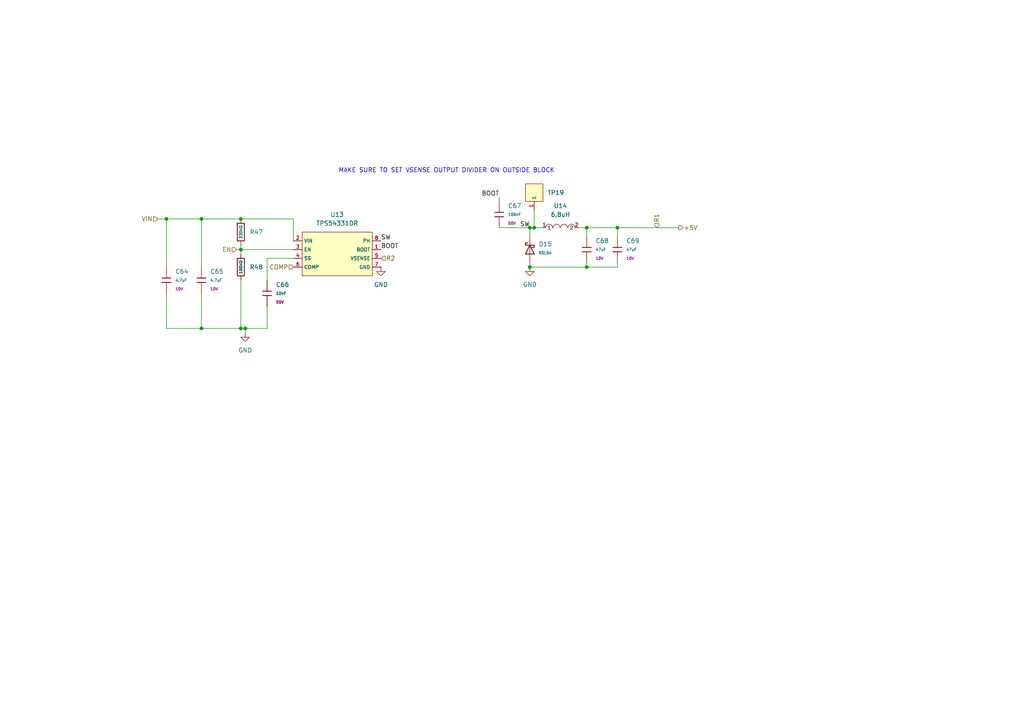
<source format=kicad_sch>
(kicad_sch (version 20250114) (generator "eeschema") (generator_version "9.0")
  (paper "A4")
  (title_block (title "Buck Down") (date "2025-09-11") (rev "1.0.0") (comment 1 "Nathan Liu"))
  (lib_symbols
    (symbol "4in-power:0402,100nF,(2)" (pin_numbers (hide yes)) (pin_names (offset 0))
      (property "Reference" "C" (at 2.032 1.668 0))
      (property "Value" "100nF" (at 2.032 -0.3782 0))
      (property "Voltage Rated" "50V" (at 2.032 -2.0462 0))
      (symbol "0402,100nF,(2)_0_1"
        (polyline (pts (xy -1.27 0.635) (xy 1.27 0.635)) (stroke (width 0.254)))
        (polyline (pts (xy -1.27 -0.635) (xy 1.27 -0.635)) (stroke (width 0.254)))
      )
      (symbol "0402,100nF,(2)_1_1"
        (pin passive line (at 0 3.81 270) (length 3.175) (name "~") (number "1"))
        (pin passive line (at 0 -3.81 90) (length 3.175) (name "~") (number "2"))
      )
    )
    (symbol "4in-power:0402,10nF" (pin_numbers (hide yes)) (pin_names (offset 0))
      (property "Reference" "C" (at 2.032 1.668 0))
      (property "Value" "10nF" (at 2.032 -0.3782 0))
      (property "Voltage Rated" "50V" (at 2.032 -2.0462 0))
      (symbol "0402,10nF_0_1"
        (polyline (pts (xy -1.27 0.635) (xy 1.27 0.635)) (stroke (width 0.254)))
        (polyline (pts (xy -1.27 -0.635) (xy 1.27 -0.635)) (stroke (width 0.254)))
      )
      (symbol "0402,10nF_1_1"
        (pin passive line (at 0 3.81 270) (length 3.175) (name "~") (number "1"))
        (pin passive line (at 0 -3.81 90) (length 3.175) (name "~") (number "2"))
      )
    )
    (symbol "4in-power:0402,4.7uF" (pin_numbers (hide yes)) (pin_names (offset 0))
      (property "Reference" "C" (at 2.032 1.668 0))
      (property "Value" "4.7uF" (at 2.032 -0.3782 0))
      (property "Voltage Rated" "10V" (at 2.032 -2.0462 0))
      (symbol "0402,4.7uF_0_1"
        (polyline (pts (xy -1.27 0.635) (xy 1.27 0.635)) (stroke (width 0.254)))
        (polyline (pts (xy -1.27 -0.635) (xy 1.27 -0.635)) (stroke (width 0.254)))
      )
      (symbol "0402,4.7uF_1_1"
        (pin passive line (at 0 3.81 270) (length 3.175) (name "~") (number "1"))
        (pin passive line (at 0 -3.81 90) (length 3.175) (name "~") (number "2"))
      )
    )
    (symbol "4in-power:0805,100kΩ" (pin_numbers (hide yes)) (pin_names (offset 0))
      (property "Reference" "R" (at 1.778 0 0))
      (property "Value" "100kΩ" (at 0 0 90))
      (symbol "0805,100kΩ_0_1"
        (rectangle (start -1.016 2.54) (end 1.016 -2.54) (stroke (width 0.254)))
      )
      (symbol "0805,100kΩ_1_1"
        (pin passive line (at 0 3.81 270) (length 1.27) (name "~") (number "1"))
        (pin passive line (at 0 -3.81 90) (length 1.27) (name "~") (number "2"))
      )
    )
    (symbol "4in-power:0805,330kΩ" (pin_numbers (hide yes)) (pin_names (offset 0))
      (property "Reference" "R" (at 1.778 0 0))
      (property "Value" "330kΩ" (at 0 0 90))
      (symbol "0805,330kΩ_0_1"
        (rectangle (start -1.016 2.54) (end 1.016 -2.54) (stroke (width 0.254)))
      )
      (symbol "0805,330kΩ_1_1"
        (pin passive line (at 0 3.81 270) (length 1.27) (name "~") (number "1"))
        (pin passive line (at 0 -3.81 90) (length 1.27) (name "~") (number "2"))
      )
    )
    (symbol "4in-power:1206,47uF" (pin_numbers (hide yes)) (pin_names (offset 0))
      (property "Reference" "C" (at 2.032 1.668 0))
      (property "Value" "47uF" (at 2.032 -0.3782 0))
      (property "Voltage Rated" "10V" (at 2.032 -2.0462 0))
      (symbol "1206,47uF_0_1"
        (polyline (pts (xy -1.27 0.635) (xy 1.27 0.635)) (stroke (width 0.254)))
        (polyline (pts (xy -1.27 -0.635) (xy 1.27 -0.635)) (stroke (width 0.254)))
      )
      (symbol "1206,47uF_1_1"
        (pin passive line (at 0 3.81 270) (length 3.175) (name "~") (number "1"))
        (pin passive line (at 0 -3.81 90) (length 3.175) (name "~") (number "2"))
      )
    )
    (symbol "4in-power:DC-DC, Buck, 3.5-28VIN, 3A, 0.8+VOUT"
      (property "Reference" "U" (at 0 1.27 0))
      (property "Value" "TPS54331DR" (at 0.254 5.08 0))
      (symbol "DC-DC, Buck, 3.5-28VIN, 3A, 0.8+VOUT_0_1"
        (rectangle (start -10.16 7.62) (end 10.16 -5.08) (fill (type background)))
      )
      (symbol "DC-DC, Buck, 3.5-28VIN, 3A, 0.8+VOUT_1_1"
        (pin power_in line (at -12.7 5.08 0) (length 2.56) (name "VIN") (number "2"))
        (pin unspecified line (at -12.7 2.54 0) (length 2.56) (name "EN") (number "3"))
        (pin unspecified line (at -12.7 0 0) (length 2.56) (name "SS") (number "4"))
        (pin unspecified line (at -12.7 -2.54 0) (length 2.56) (name "COMP") (number "6"))
        (pin power_in line (at 12.7 5.08 180) (length 2.56) (name "PH") (number "8"))
        (pin unspecified line (at 12.7 2.54 180) (length 2.56) (name "BOOT") (number "1"))
        (pin unspecified line (at 12.7 0 180) (length 2.56) (name "VSENSE") (number "5"))
        (pin power_in line (at 12.7 -2.54 180) (length 2.56) (name "GND") (number "7"))
      )
    )
    (symbol "4in-power:RH-5015"
      (property "Reference" "TP" (at 0 1.27 0))
      (symbol "RH-5015_0_1"
        (rectangle (start -2.54 2.54) (end 2.54 -2.54) (fill (type background)))
        (pin unspecified line (at -5.08 0 0) (length 2.54) (name "1") (number "1"))
      )
    )
    (symbol "4in-power:SLO0530H6R8MTT"
      (property "Reference" "L" (at 0 1.27 0))
      (property "Value" "6.8uH" (at 0 -2.54 0))
      (symbol "SLO0530H6R8MTT_0_1"
        (arc (start -4.2859 0.1013) (mid -3.1589 0.9927) (end -2.2676 -0.1342))
        (arc (start -2.1312 0.1006) (mid -1.0043 0.9919) (end -0.1129 -0.1348))
        (arc (start 0.0194 0.1006) (mid 1.1462 0.9918) (end 2.0377 -0.1348))
        (arc (start 2.2122 0.1012) (mid 3.339 0.9925) (end 4.2305 -0.1343))
        (pin unspecified line (at -5.08 0 0) (length 0.762) (name "1") (number "1"))
        (pin unspecified line (at 5.08 0 180) (length 0.762) (name "2") (number "2"))
      )
    )
    (symbol "4in-power:Schottky,SSL54" (pin_numbers (hide yes)) (pin_names (offset 0))
      (property "Reference" "D" (at 2.032 0.834 0))
      (property "Value" "SSL54" (at 2.032 -1.2122 0))
      (symbol "Schottky,SSL54_0_1"
        (polyline (pts (xy -1.27 1.27) (xy 0 -1.27) (xy 1.27 1.27) (xy -1.27 1.27)) (stroke (width 0.254)))
        (polyline (pts (xy 0.635 -1.905) (xy 1.27 -1.905) (xy 1.27 -1.27) (xy -1.27 -1.27) (xy -1.27 -0.635) (xy -0.635 -0.635)) (stroke (width 0.254)))
      )
      (symbol "Schottky,SSL54_1_1"
        (pin passive line (at 0 3.81 270) (length 3.81) (name "~") (number "2"))
        (pin passive line (at 0 -3.81 90) (length 3.81) (name "~") (number "1"))
      )
    )
    (symbol "power:GND" (power) (pin_numbers (hide yes)) (pin_names (offset 0) (hide yes))
      (property "Value" "GND" (at 0 -3.81 0))
      (symbol "GND_0_1"
        (polyline (pts (xy 0 0) (xy 0 -1.27) (xy 1.27 -1.27) (xy 0 -2.54) (xy -1.27 -1.27) (xy 0 -1.27)))
      )
      (symbol "GND_1_1"
        (pin power_in line (at 0 0 270) (length 0) (name "~") (number "1"))
      )
    )
  )
  (text "MAKE SURE TO SET VSENSE OUTPUT DIVIDER ON OUTSIDE BLOCK" (at 129.54 49.53 0) (effects (font (size 1.27 1.27))))
  (junction (at 71.12 95.25))
  (junction (at 154.94 66.04))
  (junction (at 58.42 95.25))
  (junction (at 58.42 63.5))
  (junction (at 170.18 66.04))
  (junction (at 69.85 95.25))
  (junction (at 179.07 66.04))
  (junction (at 153.67 66.04))
  (junction (at 69.85 72.39))
  (junction (at 69.85 63.5))
  (junction (at 48.26 63.5))
  (junction (at 170.18 77.47))
  (junction (at 153.67 77.47))
  (wire (pts (xy 85.09 69.85) (xy 85.09 63.5)))
  (wire (pts (xy 69.85 95.25) (xy 71.12 95.25)))
  (wire (pts (xy 58.42 95.25) (xy 69.85 95.25)))
  (wire (pts (xy 71.12 96.52) (xy 71.12 95.25)))
  (wire (pts (xy 71.12 95.25) (xy 77.47 95.25)))
  (wire (pts (xy 144.78 58.42) (xy 144.78 57.15)))
  (wire (pts (xy 179.07 66.04) (xy 170.18 66.04)))
  (wire (pts (xy 48.26 85.09) (xy 48.26 95.25)))
  (wire (pts (xy 179.07 68.58) (xy 179.07 66.04)))
  (wire (pts (xy 58.42 77.47) (xy 58.42 63.5)))
  (wire (pts (xy 77.47 74.93) (xy 77.47 81.28)))
  (wire (pts (xy 45.72 63.5) (xy 48.26 63.5)))
  (wire (pts (xy 69.85 71.12) (xy 69.85 72.39)))
  (wire (pts (xy 58.42 85.09) (xy 58.42 95.25)))
  (wire (pts (xy 157.48 66.04) (xy 154.94 66.04)))
  (wire (pts (xy 85.09 74.93) (xy 77.47 74.93)))
  (wire (pts (xy 48.26 95.25) (xy 58.42 95.25)))
  (wire (pts (xy 69.85 72.39) (xy 69.85 73.66)))
  (wire (pts (xy 69.85 81.28) (xy 69.85 95.25)))
  (wire (pts (xy 77.47 95.25) (xy 77.47 88.9)))
  (wire (pts (xy 154.94 60.96) (xy 154.94 66.04)))
  (wire (pts (xy 170.18 76.2) (xy 170.18 77.47)))
  (wire (pts (xy 153.67 77.47) (xy 153.67 76.2)))
  (wire (pts (xy 68.58 72.39) (xy 69.85 72.39)))
  (wire (pts (xy 69.85 72.39) (xy 85.09 72.39)))
  (wire (pts (xy 153.67 77.47) (xy 170.18 77.47)))
  (wire (pts (xy 58.42 63.5) (xy 69.85 63.5)))
  (wire (pts (xy 154.94 66.04) (xy 153.67 66.04)))
  (wire (pts (xy 153.67 66.04) (xy 153.67 68.58)))
  (wire (pts (xy 179.07 66.04) (xy 196.85 66.04)))
  (wire (pts (xy 170.18 68.58) (xy 170.18 66.04)))
  (wire (pts (xy 69.85 63.5) (xy 85.09 63.5)))
  (wire (pts (xy 170.18 66.04) (xy 167.64 66.04)))
  (wire (pts (xy 48.26 77.47) (xy 48.26 63.5)))
  (wire (pts (xy 179.07 77.47) (xy 179.07 76.2)))
  (wire (pts (xy 48.26 63.5) (xy 58.42 63.5)))
  (wire (pts (xy 144.78 66.04) (xy 153.67 66.04)))
  (wire (pts (xy 170.18 77.47) (xy 179.07 77.47)))
  (label "BOOT" (at 110.49 72.39 0))
  (label "SW" (at 153.67 66.04 180))
  (label "BOOT" (at 144.78 57.15 180))
  (label "SW" (at 110.49 69.85 0))
  (hierarchical_label "COMP" (shape input) (at 85.09 77.47 180))
  (hierarchical_label "VIN" (shape input) (at 45.72 63.5 180))
  (hierarchical_label "R2" (shape input) (at 110.49 74.93 0))
  (hierarchical_label "EN" (shape input) (at 68.58 72.39 180))
  (hierarchical_label "R1" (shape input) (at 190.5 66.04 90))
  (hierarchical_label "+5V" (shape output) (at 196.85 66.04 0))
  (symbol (lib_id "power:GND") (at 71.12 96.52 0) (unit 1)
    (property "Reference" "#PWR089" (effects (hide yes)))
    (property "Value" "GND" (at 71.12 101.6 0))
    (property "Description" "Power symbol creates a global label with name \"GND\" , ground" (effects (hide yes)))
    (instances (project "4-in-power-improved" (path "" (reference "#PWR092") (unit 1)) (path "" (reference "#PWR089") (unit 1))))
  )
  (symbol (lib_id "4in-power:0805,100kΩ") (at 69.85 77.47 0) (unit 1)
    (property "Reference" "R46" (at 72.39 77.4699 0) (effects (justify left)))
    (property "Value" "100kΩ" (at 69.85 77.47 90) (effects (font (size 0.8 0.8))))
    (property "Footprint" "PCM_JLCPCB:R_0805" (effects (hide yes)))
    (property "Datasheet" "https://www.lcsc.com/datasheet/lcsc_datasheet_2205312316_UNI-ROYAL-Uniroyal-Elec-0805W8F1003T5E_C149504.pdf" (effects (hide yes)))
    (property "Description" "125mW Thick Film Resistors 150V ±100ppm/°C ±1% 100kΩ 0805 Chip Resistor - Surface Mount ROHS" (effects (hide yes)))
    (property "LCSC" "C149504" (effects (hide yes)))
    (property "Stock" "3946237" (effects (hide yes)))
    (property "Price" "0.005USD" (effects (hide yes)))
    (property "Process" "SMT" (effects (hide yes)))
    (property "Minimum Qty" "20" (effects (hide yes)))
    (property "Attrition Qty" "10" (effects (hide yes)))
    (property "Class" "Basic Component" (effects (hide yes)))
    (property "Category" "Resistors,Chip Resistor - Surface Mount" (effects (hide yes)))
    (property "Manufacturer" "UNI-ROYAL(Uniroyal Elec)" (effects (hide yes)))
    (property "Part" "0805W8F1003T5E" (effects (hide yes)))
    (property "Resistance" "100kΩ" (effects (hide yes)))
    (property "Power(Watts)" "125mW" (effects (hide yes)))
    (property "Type" "Thick Film Resistors" (effects (hide yes)))
    (property "Overload Voltage (Max)" "150V" (effects (hide yes)))
    (property "Operating Temperature Range" "-55°C~+155°C" (effects (hide yes)))
    (property "Tolerance" "±1%" (effects (hide yes)))
    (property "Temperature Coefficient" "±100ppm/°C" (effects (hide yes)))
    (instances (project "4-in-power-improved" (path "" (reference "R48") (unit 1)) (path "" (reference "R46") (unit 1))))
  )
  (symbol (lib_id "4in-power:0402,4.7uF") (at 58.42 81.28 0) (unit 1)
    (property "Reference" "C59" (at 60.96 78.7399 0) (effects (justify left)))
    (property "Value" "4.7uF" (at 60.96 81.28 0) (effects (font (size 0.8 0.8)) (justify left)))
    (property "Footprint" "PCM_JLCPCB:C_0402" (effects (hide yes)))
    (property "Datasheet" "https://www.lcsc.com/datasheet/lcsc_datasheet_2304140030_Samsung-Electro-Mechanics-CL05A475MP5NRNC_C23733.pdf" (effects (hide yes)))
    (property "Description" "10V 4.7uF X5R ±20% 0402 Multilayer Ceramic Capacitors MLCC - SMD/SMT ROHS" (effects (hide yes)))
    (property "LCSC" "C23733" (effects (hide yes)))
    (property "Stock" "4366811" (effects (hide yes)))
    (property "Price" "0.008USD" (effects (hide yes)))
    (property "Process" "SMT" (effects (hide yes)))
    (property "Minimum Qty" "20" (effects (hide yes)))
    (property "Attrition Qty" "10" (effects (hide yes)))
    (property "Class" "Basic Component" (effects (hide yes)))
    (property "Category" "Capacitors,Multilayer Ceramic Capacitors MLCC - SMD/SMT" (effects (hide yes)))
    (property "Manufacturer" "Samsung Electro-Mechanics" (effects (hide yes)))
    (property "Part" "CL05A475MP5NRNC" (effects (hide yes)))
    (property "Voltage Rated" "10V" (at 60.96 83.82 0) (effects (font (size 0.8 0.8)) (justify left)))
    (property "Tolerance" "±20%" (effects (hide yes)))
    (property "Capacitance" "4.7uF" (effects (hide yes)))
    (property "Temperature Coefficient" "X5R" (effects (hide yes)))
    (instances (project "4-in-power-improved" (path "" (reference "C65") (unit 1)) (path "" (reference "C59") (unit 1))))
  )
  (symbol (lib_id "4in-power:1206,47uF") (at 179.07 72.39 0) (unit 1)
    (property "Reference" "C63" (at 181.61 69.8499 0) (effects (justify left)))
    (property "Value" "47uF" (at 181.61 72.39 0) (effects (font (size 0.8 0.8)) (justify left)))
    (property "Footprint" "PCM_JLCPCB:C_1206" (effects (hide yes)))
    (property "Datasheet" "https://www.lcsc.com/datasheet/lcsc_datasheet_2304140030_Samsung-Electro-Mechanics-CL31A476MPHNNNE_C96123.pdf" (effects (hide yes)))
    (property "Description" "10V 47uF X5R ±20% 1206 Multilayer Ceramic Capacitors MLCC - SMD/SMT ROHS" (effects (hide yes)))
    (property "LCSC" "C96123" (effects (hide yes)))
    (property "Stock" "413890" (effects (hide yes)))
    (property "Price" "0.069USD" (effects (hide yes)))
    (property "Process" "SMT" (effects (hide yes)))
    (property "Minimum Qty" "5" (effects (hide yes)))
    (property "Attrition Qty" "4" (effects (hide yes)))
    (property "Class" "Basic Component" (effects (hide yes)))
    (property "Category" "Capacitors,Multilayer Ceramic Capacitors MLCC - SMD/SMT" (effects (hide yes)))
    (property "Manufacturer" "Samsung Electro-Mechanics" (effects (hide yes)))
    (property "Part" "CL31A476MPHNNNE" (effects (hide yes)))
    (property "Voltage Rated" "10V" (at 181.61 74.93 0) (effects (font (size 0.8 0.8)) (justify left)))
    (property "Tolerance" "±20%" (effects (hide yes)))
    (property "Capacitance" "47uF" (effects (hide yes)))
    (property "Temperature Coefficient" "X5R" (effects (hide yes)))
    (instances (project "4-in-power-improved" (path "" (reference "C69") (unit 1)) (path "" (reference "C63") (unit 1))))
  )
  (symbol (lib_id "4in-power:RH-5015") (at 154.94 55.88 90) (unit 1)
    (property "Reference" "TP18" (at 158.75 55.8799 90) (effects (justify right)))
    (property "Value" "RH-5015" (effects (hide yes)))
    (property "Footprint" "4in-power:SMD_RH-5015" (effects (hide yes)))
    (property "Datasheet" "https://cn.bing.com/search?q=datasheet%3A+%20RH-5015" (effects (hide yes)))
    (property "LCSC" "C5199798" (effects (hide yes)))
    (instances (project "4-in-power-improved" (path "" (reference "TP19") (unit 1)) (path "" (reference "TP18") (unit 1))))
  )
  (symbol (lib_id "4in-power:SLO0530H6R8MTT") (at 162.56 66.04 0) (unit 1)
    (property "Reference" "U12" (at 162.56 59.69 0))
    (property "Value" "6.8uH" (at 162.56 62.23 0))
    (property "Footprint" "4in-power:IND-SMD_L5.4-W5.2_SLO0530H6R8MTT" (effects (hide yes)))
    (property "Datasheet" "https://item.szlcsc.com/306182.html" (effects (hide yes)))
    (property "Description" "4A 6.8uH" (effects (hide yes)))
    (property "LCSC" "C325965" (effects (hide yes)))
    (property "MFR PART#" "SLO0530H6R8MTT" (effects (hide yes)))
    (instances (project "4-in-power-improved" (path "" (reference "U14") (unit 1)) (path "" (reference "U12") (unit 1))))
  )
  (symbol (lib_id "4in-power:0805,330kΩ") (at 69.85 67.31 0) (unit 1)
    (property "Reference" "R45" (at 72.39 67.3099 0) (effects (justify left)))
    (property "Value" "330kΩ" (at 69.85 67.31 90) (effects (font (size 0.8 0.8))))
    (property "Footprint" "PCM_JLCPCB:R_0805" (effects (hide yes)))
    (property "Datasheet" "https://www.lcsc.com/datasheet/lcsc_datasheet_2205311830_UNI-ROYAL-Uniroyal-Elec-0805W8F3303T5E_C17629.pdf" (effects (hide yes)))
    (property "Description" "125mW Thick Film Resistors 150V ±100ppm/°C ±1% 330kΩ 0805 Chip Resistor - Surface Mount ROHS" (effects (hide yes)))
    (property "LCSC" "C17629" (effects (hide yes)))
    (property "Stock" "127293" (effects (hide yes)))
    (property "Price" "0.005USD" (effects (hide yes)))
    (property "Process" "SMT" (effects (hide yes)))
    (property "Minimum Qty" "20" (effects (hide yes)))
    (property "Attrition Qty" "10" (effects (hide yes)))
    (property "Class" "Preferred Component" (effects (hide yes)))
    (property "Category" "Resistors,Chip Resistor - Surface Mount" (effects (hide yes)))
    (property "Manufacturer" "UNI-ROYAL(Uniroyal Elec)" (effects (hide yes)))
    (property "Part" "0805W8F3303T5E" (effects (hide yes)))
    (property "Resistance" "330kΩ" (effects (hide yes)))
    (property "Power(Watts)" "125mW" (effects (hide yes)))
    (property "Type" "Thick Film Resistors" (effects (hide yes)))
    (property "Overload Voltage (Max)" "150V" (effects (hide yes)))
    (property "Operating Temperature Range" "-55°C~+155°C" (effects (hide yes)))
    (property "Tolerance" "±1%" (effects (hide yes)))
    (property "Temperature Coefficient" "±100ppm/°C" (effects (hide yes)))
    (instances (project "4-in-power-improved" (path "" (reference "R47") (unit 1)) (path "" (reference "R45") (unit 1))))
  )
  (symbol (lib_id "4in-power:0402,100nF,(2)") (at 144.78 62.23 0) (unit 1)
    (property "Reference" "C61" (at 147.32 59.6899 0) (effects (justify left)))
    (property "Value" "100nF" (at 147.32 62.23 0) (effects (font (size 0.8 0.8)) (justify left)))
    (property "Footprint" "PCM_JLCPCB:C_0402" (effects (hide yes)))
    (property "Datasheet" "https://www.lcsc.com/datasheet/lcsc_datasheet_2304140030_Samsung-Electro-Mechanics-CL05B104KB54PNC_C307331.pdf" (effects (hide yes)))
    (property "Description" "50V 100nF X7R ±10% 0402 Multilayer Ceramic Capacitors MLCC - SMD/SMT ROHS" (effects (hide yes)))
    (property "LCSC" "C307331" (effects (hide yes)))
    (property "Stock" "8389599" (effects (hide yes)))
    (property "Price" "0.008USD" (effects (hide yes)))
    (property "Process" "SMT" (effects (hide yes)))
    (property "Minimum Qty" "20" (effects (hide yes)))
    (property "Attrition Qty" "10" (effects (hide yes)))
    (property "Class" "Basic Component" (effects (hide yes)))
    (property "Category" "Capacitors,Multilayer Ceramic Capacitors MLCC - SMD/SMT" (effects (hide yes)))
    (property "Manufacturer" "Samsung Electro-Mechanics" (effects (hide yes)))
    (property "Part" "CL05B104KB54PNC" (effects (hide yes)))
    (property "Voltage Rated" "50V" (at 147.32 64.77 0) (effects (font (size 0.8 0.8)) (justify left)))
    (property "Tolerance" "±10%" (effects (hide yes)))
    (property "Capacitance" "100nF" (effects (hide yes)))
    (property "Temperature Coefficient" "X7R" (effects (hide yes)))
    (instances (project "4-in-power-improved" (path "" (reference "C67") (unit 1)) (path "" (reference "C61") (unit 1))))
  )
  (symbol (lib_id "power:GND") (at 110.49 77.47 0) (unit 1)
    (property "Reference" "#PWR090" (effects (hide yes)))
    (property "Value" "GND" (at 110.49 82.55 0))
    (property "Description" "Power symbol creates a global label with name \"GND\" , ground" (effects (hide yes)))
    (instances (project "4-in-power-improved" (path "" (reference "#PWR093") (unit 1)) (path "" (reference "#PWR090") (unit 1))))
  )
  (symbol (lib_id "4in-power:1206,47uF") (at 170.18 72.39 0) (unit 1)
    (property "Reference" "C62" (at 172.72 69.8499 0) (effects (justify left)))
    (property "Value" "47uF" (at 172.72 72.39 0) (effects (font (size 0.8 0.8)) (justify left)))
    (property "Footprint" "PCM_JLCPCB:C_1206" (effects (hide yes)))
    (property "Datasheet" "https://www.lcsc.com/datasheet/lcsc_datasheet_2304140030_Samsung-Electro-Mechanics-CL31A476MPHNNNE_C96123.pdf" (effects (hide yes)))
    (property "Description" "10V 47uF X5R ±20% 1206 Multilayer Ceramic Capacitors MLCC - SMD/SMT ROHS" (effects (hide yes)))
    (property "LCSC" "C96123" (effects (hide yes)))
    (property "Stock" "413890" (effects (hide yes)))
    (property "Price" "0.069USD" (effects (hide yes)))
    (property "Process" "SMT" (effects (hide yes)))
    (property "Minimum Qty" "5" (effects (hide yes)))
    (property "Attrition Qty" "4" (effects (hide yes)))
    (property "Class" "Basic Component" (effects (hide yes)))
    (property "Category" "Capacitors,Multilayer Ceramic Capacitors MLCC - SMD/SMT" (effects (hide yes)))
    (property "Manufacturer" "Samsung Electro-Mechanics" (effects (hide yes)))
    (property "Part" "CL31A476MPHNNNE" (effects (hide yes)))
    (property "Voltage Rated" "10V" (at 172.72 74.93 0) (effects (font (size 0.8 0.8)) (justify left)))
    (property "Tolerance" "±20%" (effects (hide yes)))
    (property "Capacitance" "47uF" (effects (hide yes)))
    (property "Temperature Coefficient" "X5R" (effects (hide yes)))
    (instances (project "4-in-power-improved" (path "" (reference "C68") (unit 1)) (path "" (reference "C62") (unit 1))))
  )
  (symbol (lib_id "4in-power:Schottky,SSL54") (at 153.67 72.39 180) (unit 1)
    (property "Reference" "D14" (at 156.21 70.8024 0) (effects (justify right)))
    (property "Value" "SSL54" (at 156.21 73.3425 0) (effects (font (size 0.8 0.8)) (justify right)))
    (property "Footprint" "PCM_JLCPCB:D_SMA" (effects (hide yes)))
    (property "Datasheet" "https://www.lcsc.com/datasheet/lcsc_datasheet_2409200954_hongjiacheng-SSL54_C41410770.pdf" (effects (hide yes)))
    (property "Description" "40V Independent Type 480mV@5A 5A SMA Schottky Diodes ROHS" (effects (hide yes)))
    (property "LCSC" "C41410770" (effects (hide yes)))
    (property "Stock" "4151" (effects (hide yes)))
    (property "Price" "0.102USD" (effects (hide yes)))
    (property "Process" "SMT" (effects (hide yes)))
    (property "Minimum Qty" "5" (effects (hide yes)))
    (property "Attrition Qty" "2" (effects (hide yes)))
    (property "Class" "Preferred Component" (effects (hide yes)))
    (property "Category" "Diodes,Schottky Diodes" (effects (hide yes)))
    (property "Manufacturer" "hongjiacheng" (effects (hide yes)))
    (property "Part" "SSL54" (effects (hide yes)))
    (property "Rectified Current" "5A" (effects (hide yes)))
    (property "Forward Voltage (Vf@If)" "480mV@5A" (effects (hide yes)))
    (property "Reverse Voltage (Vr)" "40V" (effects (hide yes)))
    (property "Diode Configuration" "Independent Type" (effects (hide yes)))
    (property "Reverse Leakage Current (Ir)" "500uA@40V" (effects (hide yes)))
    (instances (project "4-in-power-improved" (path "" (reference "D15") (unit 1)) (path "" (reference "D14") (unit 1))))
  )
  (symbol (lib_id "power:GND") (at 153.67 77.47 0) (unit 1)
    (property "Reference" "#PWR091" (effects (hide yes)))
    (property "Value" "GND" (at 153.67 82.55 0))
    (property "Description" "Power symbol creates a global label with name \"GND\" , ground" (effects (hide yes)))
    (instances (project "4-in-power-improved" (path "" (reference "#PWR094") (unit 1)) (path "" (reference "#PWR091") (unit 1))))
  )
  (symbol (lib_id "4in-power:DC-DC, Buck, 3.5-28VIN, 3A, 0.8+VOUT") (at 97.79 74.93 0) (unit 1)
    (property "Reference" "U11" (at 97.79 62.23 0))
    (property "Value" "TPS54331DR" (at 97.79 64.77 0))
    (property "Footprint" "PCM_JLCPCB:SOIC-8_L5.0-W4.0-P1.27-LS6.0-BL" (effects (hide yes)))
    (property "Datasheet" "https://www.lcsc.com/datasheet/lcsc_datasheet_1808272040_Texas-Instruments-TPS54331DR_C9865.pdf" (effects (hide yes)))
    (property "Description" "Step-down type Adjustable 800mV~25V 3A 3.5V~28V SOIC-8 DC-DC Converters ROHS" (effects (hide yes)))
    (property "LCSC" "C9865" (effects (hide yes)))
    (property "Stock" "173408" (effects (hide yes)))
    (property "Price" "0.220USD" (effects (hide yes)))
    (property "Process" "SMT" (effects (hide yes)))
    (property "Minimum Qty" "1" (effects (hide yes)))
    (property "Attrition Qty" "0" (effects (hide yes)))
    (property "Class" "Preferred Component" (effects (hide yes)))
    (property "Category" "Power Management ICs,DC-DC Converters" (effects (hide yes)))
    (property "Manufacturer" "Texas Instruments" (effects (hide yes)))
    (property "Part" "TPS54331DR" (effects (hide yes)))
    (property "Number Of Outputs" "1" (effects (hide yes)))
    (property "Output Current (Max)" "3A" (effects (hide yes)))
    (property "Output Voltage" "0.8V~25V" (effects (hide yes)))
    (property "Topology" "Step-down" (effects (hide yes)))
    (property "Synchronous Rectification" "No" (effects (hide yes)))
    (property "Switching Frequency" "570kHz" (effects (hide yes)))
    (property "Input Voltage" "3.5V~28V" (effects (hide yes)))
    (property "Output Type" "Adjustable" (effects (hide yes)))
    (property "Operating Temperature" "-40°C~+150°C@(TJ)" (effects (hide yes)))
    (property "Function" "Step-down type" (effects (hide yes)))
    (property "Switch Tube (Built-In/External)" "Built-in" (effects (hide yes)))
    (property "Quiescent Current (Iq)" "1mA" (effects (hide yes)))
    (property "Output Current" "3A" (effects (hide yes)))
    (instances (project "4-in-power-improved" (path "" (reference "U13") (unit 1)) (path "" (reference "U11") (unit 1))))
  )
  (symbol (lib_id "4in-power:0402,10nF") (at 77.47 85.09 0) (unit 1)
    (property "Reference" "C60" (at 80.01 82.5499 0) (effects (justify left)))
    (property "Value" "10nF" (at 80.01 85.09 0) (effects (font (size 0.8 0.8)) (justify left)))
    (property "Footprint" "PCM_JLCPCB:C_0402" (effects (hide yes)))
    (property "Datasheet" "https://www.lcsc.com/datasheet/lcsc_datasheet_2304140030_Samsung-Electro-Mechanics-CL05B103KB5NNNC_C15195.pdf" (effects (hide yes)))
    (property "Description" "50V 10nF X7R ±10% 0402 Multilayer Ceramic Capacitors MLCC - SMD/SMT ROHS" (effects (hide yes)))
    (property "LCSC" "C15195" (effects (hide yes)))
    (property "Stock" "4779042" (effects (hide yes)))
    (property "Price" "0.005USD" (effects (hide yes)))
    (property "Process" "SMT" (effects (hide yes)))
    (property "Minimum Qty" "20" (effects (hide yes)))
    (property "Attrition Qty" "10" (effects (hide yes)))
    (property "Class" "Basic Component" (effects (hide yes)))
    (property "Category" "Capacitors,Multilayer Ceramic Capacitors MLCC - SMD/SMT" (effects (hide yes)))
    (property "Manufacturer" "Samsung Electro-Mechanics" (effects (hide yes)))
    (property "Part" "CL05B103KB5NNNC" (effects (hide yes)))
    (property "Voltage Rated" "50V" (at 80.01 87.63 0) (effects (font (size 0.8 0.8)) (justify left)))
    (property "Tolerance" "±10%" (effects (hide yes)))
    (property "Capacitance" "10nF" (effects (hide yes)))
    (property "Temperature Coefficient" "X7R" (effects (hide yes)))
    (instances (project "4-in-power-improved" (path "" (reference "C66") (unit 1)) (path "" (reference "C60") (unit 1))))
  )
  (symbol (lib_id "4in-power:0402,4.7uF") (at 48.26 81.28 0) (unit 1)
    (property "Reference" "C58" (at 50.8 78.7399 0) (effects (justify left)))
    (property "Value" "4.7uF" (at 50.8 81.28 0) (effects (font (size 0.8 0.8)) (justify left)))
    (property "Footprint" "PCM_JLCPCB:C_0402" (effects (hide yes)))
    (property "Datasheet" "https://www.lcsc.com/datasheet/lcsc_datasheet_2304140030_Samsung-Electro-Mechanics-CL05A475MP5NRNC_C23733.pdf" (effects (hide yes)))
    (property "Description" "10V 4.7uF X5R ±20% 0402 Multilayer Ceramic Capacitors MLCC - SMD/SMT ROHS" (effects (hide yes)))
    (property "LCSC" "C23733" (effects (hide yes)))
    (property "Stock" "4366811" (effects (hide yes)))
    (property "Price" "0.008USD" (effects (hide yes)))
    (property "Process" "SMT" (effects (hide yes)))
    (property "Minimum Qty" "20" (effects (hide yes)))
    (property "Attrition Qty" "10" (effects (hide yes)))
    (property "Class" "Basic Component" (effects (hide yes)))
    (property "Category" "Capacitors,Multilayer Ceramic Capacitors MLCC - SMD/SMT" (effects (hide yes)))
    (property "Manufacturer" "Samsung Electro-Mechanics" (effects (hide yes)))
    (property "Part" "CL05A475MP5NRNC" (effects (hide yes)))
    (property "Voltage Rated" "10V" (at 50.8 83.82 0) (effects (font (size 0.8 0.8)) (justify left)))
    (property "Tolerance" "±20%" (effects (hide yes)))
    (property "Capacitance" "4.7uF" (effects (hide yes)))
    (property "Temperature Coefficient" "X5R" (effects (hide yes)))
    (instances (project "4-in-power-improved" (path "" (reference "C64") (unit 1)) (path "" (reference "C58") (unit 1))))
  )
)
</source>
